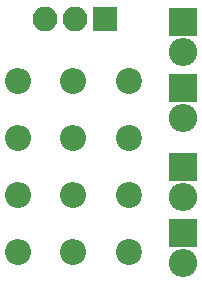
<source format=gts>
G04 #@! TF.FileFunction,Soldermask,Top*
%FSLAX46Y46*%
G04 Gerber Fmt 4.6, Leading zero omitted, Abs format (unit mm)*
G04 Created by KiCad (PCBNEW 4.0.4-1.fc24-product) date Tue Jun 12 10:11:22 2018*
%MOMM*%
%LPD*%
G01*
G04 APERTURE LIST*
%ADD10C,0.100000*%
%ADD11O,2.398980X2.398980*%
%ADD12R,2.398980X2.398980*%
%ADD13O,2.200000X2.200000*%
%ADD14C,2.200000*%
%ADD15R,2.100000X2.100000*%
%ADD16O,2.100000X2.100000*%
G04 APERTURE END LIST*
D10*
D11*
X152800000Y-89400000D03*
D12*
X152800000Y-86860000D03*
D13*
X143500000Y-95900000D03*
D14*
X148200000Y-95900000D03*
D13*
X138800000Y-95900000D03*
D14*
X148200000Y-100730000D03*
D13*
X143500000Y-100730000D03*
X138800000Y-100730000D03*
D14*
X148200000Y-91100000D03*
D13*
X143500000Y-91100000D03*
X138800000Y-91100000D03*
D14*
X148200000Y-86300000D03*
D13*
X143500000Y-86300000D03*
X138800000Y-86300000D03*
D11*
X152800000Y-83840000D03*
D12*
X152800000Y-81300000D03*
D11*
X152800000Y-96100000D03*
D12*
X152800000Y-93560000D03*
D11*
X152800000Y-101700000D03*
D12*
X152800000Y-99160000D03*
D15*
X146180000Y-81000000D03*
D16*
X143640000Y-81000000D03*
X141100000Y-81000000D03*
M02*

</source>
